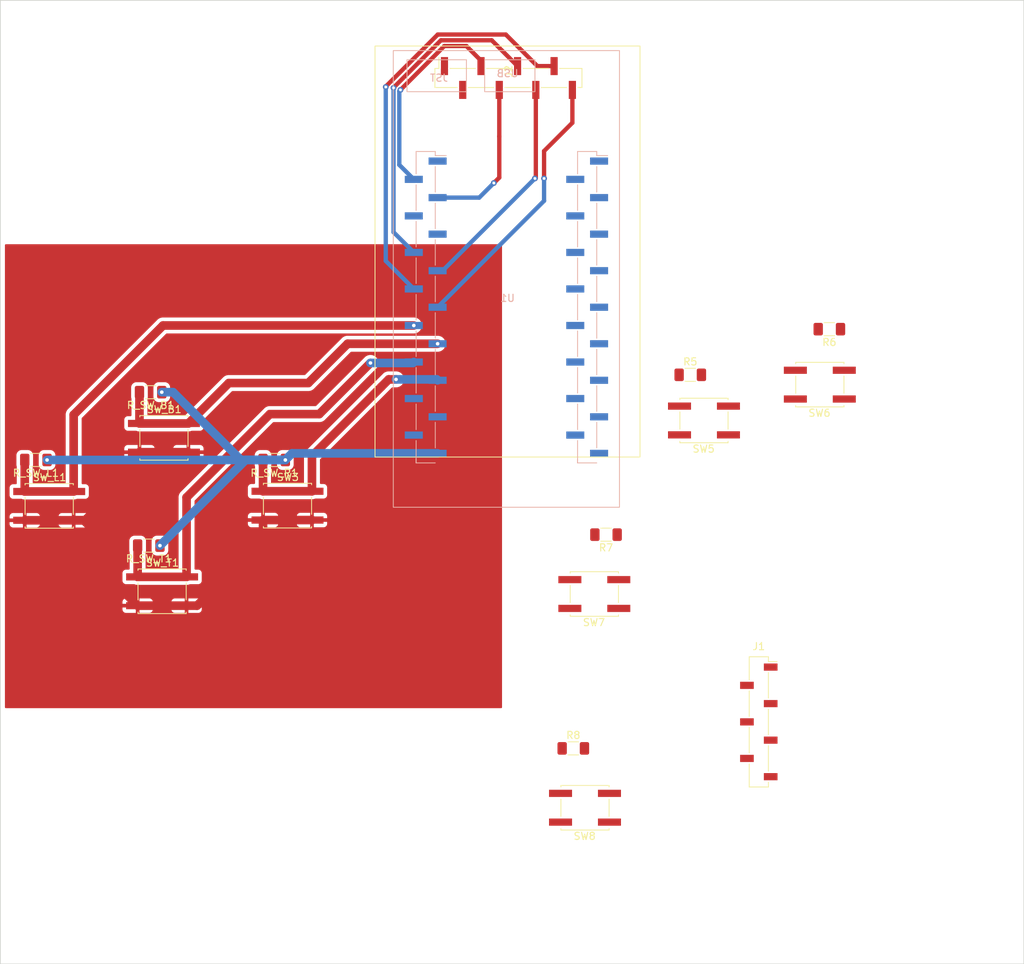
<source format=kicad_pcb>
(kicad_pcb (version 20211014) (generator pcbnew)
  (layers (0 "F.Cu" signal) (31 "B.Cu" signal) (34 "B.Paste" user) (35 "F.Paste" user) (36 "B.SilkS" user "B.Silkscreen") (37 "F.SilkS" user "F.Silkscreen") (38 "B.Mask" user) (39 "F.Mask" user) (44 "Edge.Cuts" user))
  (net 0 "")
  (net 1 "+3V3")
  (net 2 "Net-(R5-Pad1)")
  (net 3 "Net-(R6-Pad1)")
  (net 4 "Net-(R7-Pad1)")
  (net 5 "Net-(R8-Pad1)")
  (net 6 "GND")
  (net 12 "/DIN")
  (net 13 "/LRC")
  (net 14 "/BCLK")
  (net 20 "/SCK")
  (net 21 "/SDA")
  (net 22 "/RESET")
  (net 23 "/DC{slash}RS")
  (net 24 "/CS")
  (net 25 "/LED{slash}BL")
  (net 26 "/SW_R")
  (net 27 "/SW_L")
  (net 28 "/SW_T")
  (net 29 "/SW_B")
  (footprint "Button_Switch_SMD:SW_SPST_EVQQ2" (layer "F.Cu") (at 74.168 76.708)
    (fp_text reference "SW_B1" (at 0.05 -3.95) (layer "F.SilkS"))
    (fp_text value "SW_Push")
    (fp_line (start -3.35 3.1) (end 3.35 3.1) (layer "F.SilkS") (width 0.12))
    (fp_line (start -3.35 -3.1) (end -3.35 -2.9) (layer "F.SilkS") (width 0.12))
    (fp_line (start -3.35 3.1) (end -3.35 2.9) (layer "F.SilkS") (width 0.12))
    (fp_line (start 3.35 -1.2) (end 3.35 1.2) (layer "F.SilkS") (width 0.12))
    (fp_line (start 3.35 3.1) (end 3.35 2.9) (layer "F.SilkS") (width 0.12))
    (fp_line (start 3.35 -3.1) (end -3.35 -3.1) (layer "F.SilkS") (width 0.12))
    (fp_line (start -3.35 -1.2) (end -3.35 1.2) (layer "F.SilkS") (width 0.12))
    (fp_line (start 3.35 -3.1) (end 3.35 -2.9) (layer "F.SilkS") (width 0.12))
    (pad "1" smd rect (at -3.4 -2) (size 3.2 1) (layers "F.Cu" "F.Paste" "F.Mask") (net 29 "/SW_B"))
    (pad "1" smd rect (at 3.4 -2) (size 3.2 1) (layers "F.Cu" "F.Paste" "F.Mask") (net 29 "/SW_B"))
    (pad "2" smd rect (at 3.4 2) (size 3.2 1) (layers "F.Cu" "F.Paste" "F.Mask") (net 6 "GND"))
    (pad "2" smd rect (at -3.4 2) (size 3.2 1) (layers "F.Cu" "F.Paste" "F.Mask") (net 6 "GND"))
  )
  (footprint "Resistor_SMD:R_1206_3216Metric_Pad1.30x1.75mm_HandSolder" (layer "F.Cu") (at 135.61 90.17 180)
    (fp_text reference "R7" (at 0 -1.82) (layer "F.SilkS"))
    (fp_text value "R")
    (fp_line (start -0.727064 -0.91) (end 0.727064 -0.91) (layer "F.SilkS") (width 0.12))
    (fp_line (start -0.727064 0.91) (end 0.727064 0.91) (layer "F.SilkS") (width 0.12))
    (pad "1" smd roundrect (at -1.55 0 180) (size 1.3 1.75) (layers "F.Cu" "F.Paste" "F.Mask") (roundrect_rratio 0.192308) (net 4 "Net-(R7-Pad1)"))
    (pad "2" smd roundrect (at 1.55 0 180) (size 1.3 1.75) (layers "F.Cu" "F.Paste" "F.Mask") (roundrect_rratio 0.192308) (net 1 "+3V3"))
  )
  (footprint "Resistor_SMD:R_1206_3216Metric_Pad1.30x1.75mm_HandSolder" (layer "F.Cu") (at 89.492 79.788 180)
    (fp_text reference "R_SW_R1" (at 0 -1.82) (layer "F.SilkS"))
    (fp_text value "10K")
    (fp_line (start -0.727064 -0.91) (end 0.727064 -0.91) (layer "F.SilkS") (width 0.12))
    (fp_line (start -0.727064 0.91) (end 0.727064 0.91) (layer "F.SilkS") (width 0.12))
    (pad "1" smd roundrect (at -1.55 0 180) (size 1.3 1.75) (layers "F.Cu" "F.Paste" "F.Mask") (roundrect_rratio 0.192308) (net 1 "+3V3"))
    (pad "2" smd roundrect (at 1.55 0 180) (size 1.3 1.75) (layers "F.Cu" "F.Paste" "F.Mask") (roundrect_rratio 0.192308) (net 26 "/SW_R"))
  )
  (footprint "Button_Switch_SMD:SW_SPST_EVQQ2" (layer "F.Cu") (at 149.225 74.295 180)
    (fp_text reference "SW5" (at 0.05 -3.95) (layer "F.SilkS"))
    (fp_text value "SW_Push")
    (fp_line (start -3.35 3.1) (end -3.35 2.9) (layer "F.SilkS") (width 0.12))
    (fp_line (start 3.35 -3.1) (end 3.35 -2.9) (layer "F.SilkS") (width 0.12))
    (fp_line (start 3.35 3.1) (end 3.35 2.9) (layer "F.SilkS") (width 0.12))
    (fp_line (start -3.35 3.1) (end 3.35 3.1) (layer "F.SilkS") (width 0.12))
    (fp_line (start -3.35 -1.2) (end -3.35 1.2) (layer "F.SilkS") (width 0.12))
    (fp_line (start -3.35 -3.1) (end -3.35 -2.9) (layer "F.SilkS") (width 0.12))
    (fp_line (start 3.35 -1.2) (end 3.35 1.2) (layer "F.SilkS") (width 0.12))
    (fp_line (start 3.35 -3.1) (end -3.35 -3.1) (layer "F.SilkS") (width 0.12))
    (pad "1" smd rect (at -3.4 -2 180) (size 3.2 1) (layers "F.Cu" "F.Paste" "F.Mask") (net 6 "GND"))
    (pad "1" smd rect (at 3.4 -2 180) (size 3.2 1) (layers "F.Cu" "F.Paste" "F.Mask") (net 6 "GND"))
    (pad "2" smd rect (at 3.4 2 180) (size 3.2 1) (layers "F.Cu" "F.Paste" "F.Mask") (net 2 "Net-(R5-Pad1)"))
    (pad "2" smd rect (at -3.4 2 180) (size 3.2 1) (layers "F.Cu" "F.Paste" "F.Mask") (net 2 "Net-(R5-Pad1)"))
  )
  (footprint "Button_Switch_SMD:SW_SPST_EVQQ2" (layer "F.Cu") (at 133.985 98.425 180)
    (fp_text reference "SW7" (at 0.05 -3.95) (layer "F.SilkS"))
    (fp_text value "SW_Push")
    (fp_line (start 3.35 3.1) (end 3.35 2.9) (layer "F.SilkS") (width 0.12))
    (fp_line (start 3.35 -3.1) (end 3.35 -2.9) (layer "F.SilkS") (width 0.12))
    (fp_line (start -3.35 3.1) (end -3.35 2.9) (layer "F.SilkS") (width 0.12))
    (fp_line (start 3.35 -1.2) (end 3.35 1.2) (layer "F.SilkS") (width 0.12))
    (fp_line (start -3.35 -3.1) (end -3.35 -2.9) (layer "F.SilkS") (width 0.12))
    (fp_line (start 3.35 -3.1) (end -3.35 -3.1) (layer "F.SilkS") (width 0.12))
    (fp_line (start -3.35 3.1) (end 3.35 3.1) (layer "F.SilkS") (width 0.12))
    (fp_line (start -3.35 -1.2) (end -3.35 1.2) (layer "F.SilkS") (width 0.12))
    (pad "1" smd rect (at 3.4 -2 180) (size 3.2 1) (layers "F.Cu" "F.Paste" "F.Mask") (net 6 "GND"))
    (pad "1" smd rect (at -3.4 -2 180) (size 3.2 1) (layers "F.Cu" "F.Paste" "F.Mask") (net 6 "GND"))
    (pad "2" smd rect (at 3.4 2 180) (size 3.2 1) (layers "F.Cu" "F.Paste" "F.Mask") (net 4 "Net-(R7-Pad1)"))
    (pad "2" smd rect (at -3.4 2 180) (size 3.2 1) (layers "F.Cu" "F.Paste" "F.Mask") (net 4 "Net-(R7-Pad1)"))
  )
  (footprint "Connector_PinSocket_2.54mm:PinSocket_1x07_P2.54mm_Vertical_SMD_Pin1Right" (layer "F.Cu") (at 156.845 116.205)
    (fp_text reference "J1" (at 0 -10.49) (layer "F.SilkS"))
    (fp_text value "audio_chip")
    (fp_line (start 1.33 8.38) (end 1.33 9.05) (layer "F.SilkS") (width 0.12))
    (fp_line (start -1.33 -9.05) (end -1.33 -5.84) (layer "F.SilkS") (width 0.12))
    (fp_line (start 1.33 -9.05) (end 1.33 -8.38) (layer "F.SilkS") (width 0.12))
    (fp_line (start 1.33 -1.78) (end 1.33 1.78) (layer "F.SilkS") (width 0.12))
    (fp_line (start 1.33 3.3) (end 1.33 6.86) (layer "F.SilkS") (width 0.12))
    (fp_line (start -1.33 -9.05) (end 1.33 -9.05) (layer "F.SilkS") (width 0.12))
    (fp_line (start -1.33 9.05) (end 1.33 9.05) (layer "F.SilkS") (width 0.12))
    (fp_line (start -1.33 5.84) (end -1.33 9.05) (layer "F.SilkS") (width 0.12))
    (fp_line (start 1.33 -8.38) (end 2.54 -8.38) (layer "F.SilkS") (width 0.12))
    (fp_line (start 1.33 -6.86) (end 1.33 -3.3) (layer "F.SilkS") (width 0.12))
    (fp_line (start -1.33 -4.32) (end -1.33 -0.76) (layer "F.SilkS") (width 0.12))
    (fp_line (start -1.33 0.76) (end -1.33 4.32) (layer "F.SilkS") (width 0.12))
    (pad "1" smd rect (at 1.65 -7.62) (size 1.9 1) (layers "F.Cu" "F.Paste" "F.Mask") (net 13 "/LRC"))
    (pad "2" smd rect (at -1.65 -5.08) (size 1.9 1) (layers "F.Cu" "F.Paste" "F.Mask") (net 14 "/BCLK"))
    (pad "3" smd rect (at 1.65 -2.54) (size 1.9 1) (layers "F.Cu" "F.Paste" "F.Mask") (net 12 "/DIN"))
    (pad "4" smd rect (at -1.65 0) (size 1.9 1) (layers "F.Cu" "F.Paste" "F.Mask") (net 6 "GND"))
    (pad "5" smd rect (at 1.65 2.54) (size 1.9 1) (layers "F.Cu" "F.Paste" "F.Mask") (net 6 "GND"))
    (pad "6" smd rect (at -1.65 5.08) (size 1.9 1) (layers "F.Cu" "F.Paste" "F.Mask") (net 6 "GND"))
    (pad "7" smd rect (at 1.65 7.62) (size 1.9 1) (layers "F.Cu" "F.Paste" "F.Mask") (net 1 "+3V3"))
  )
  (footprint "Resistor_SMD:R_1206_3216Metric_Pad1.30x1.75mm_HandSolder" (layer "F.Cu") (at 72.064 91.694 180)
    (fp_text reference "R_SW_T1" (at 0 -1.82) (layer "F.SilkS"))
    (fp_text value "10K")
    (fp_line (start -0.727064 0.91) (end 0.727064 0.91) (layer "F.SilkS") (width 0.12))
    (fp_line (start -0.727064 -0.91) (end 0.727064 -0.91) (layer "F.SilkS") (width 0.12))
    (pad "1" smd roundrect (at -1.55 0 180) (size 1.3 1.75) (layers "F.Cu" "F.Paste" "F.Mask") (roundrect_rratio 0.192308) (net 1 "+3V3"))
    (pad "2" smd roundrect (at 1.55 0 180) (size 1.3 1.75) (layers "F.Cu" "F.Paste" "F.Mask") (roundrect_rratio 0.192308) (net 28 "/SW_T"))
  )
  (footprint "Button_Switch_SMD:SW_SPST_EVQQ2" (layer "F.Cu") (at 73.914 98.044)
    (fp_text reference "SW_T1" (at 0.05 -3.95) (layer "F.SilkS"))
    (fp_text value "SW_Push")
    (fp_line (start 3.35 -3.1) (end -3.35 -3.1) (layer "F.SilkS") (width 0.12))
    (fp_line (start -3.35 -3.1) (end -3.35 -2.9) (layer "F.SilkS") (width 0.12))
    (fp_line (start -3.35 3.1) (end -3.35 2.9) (layer "F.SilkS") (width 0.12))
    (fp_line (start 3.35 -3.1) (end 3.35 -2.9) (layer "F.SilkS") (width 0.12))
    (fp_line (start -3.35 -1.2) (end -3.35 1.2) (layer "F.SilkS") (width 0.12))
    (fp_line (start -3.35 3.1) (end 3.35 3.1) (layer "F.SilkS") (width 0.12))
    (fp_line (start 3.35 3.1) (end 3.35 2.9) (layer "F.SilkS") (width 0.12))
    (fp_line (start 3.35 -1.2) (end 3.35 1.2) (layer "F.SilkS") (width 0.12))
    (pad "1" smd rect (at 3.4 -2) (size 3.2 1) (layers "F.Cu" "F.Paste" "F.Mask") (net 28 "/SW_T"))
    (pad "1" smd rect (at -3.4 -2) (size 3.2 1) (layers "F.Cu" "F.Paste" "F.Mask") (net 28 "/SW_T"))
    (pad "2" smd rect (at 3.4 2) (size 3.2 1) (layers "F.Cu" "F.Paste" "F.Mask") (net 6 "GND"))
    (pad "2" smd rect (at -3.4 2) (size 3.2 1) (layers "F.Cu" "F.Paste" "F.Mask") (net 6 "GND"))
  )
  (footprint "Resistor_SMD:R_1206_3216Metric_Pad1.30x1.75mm_HandSolder" (layer "F.Cu") (at 166.65 61.595 180)
    (fp_text reference "R6" (at 0 -1.82) (layer "F.SilkS"))
    (fp_text value "R")
    (fp_line (start -0.727064 -0.91) (end 0.727064 -0.91) (layer "F.SilkS") (width 0.12))
    (fp_line (start -0.727064 0.91) (end 0.727064 0.91) (layer "F.SilkS") (width 0.12))
    (pad "1" smd roundrect (at -1.55 0 180) (size 1.3 1.75) (layers "F.Cu" "F.Paste" "F.Mask") (roundrect_rratio 0.192308) (net 3 "Net-(R6-Pad1)"))
    (pad "2" smd roundrect (at 1.55 0 180) (size 1.3 1.75) (layers "F.Cu" "F.Paste" "F.Mask") (roundrect_rratio 0.192308) (net 1 "+3V3"))
  )
  (footprint "Resistor_SMD:R_1206_3216Metric_Pad1.30x1.75mm_HandSolder" (layer "F.Cu") (at 131.064 119.888)
    (fp_text reference "R8" (at 0 -1.82) (layer "F.SilkS"))
    (fp_text value "R")
    (fp_line (start -0.727064 -0.91) (end 0.727064 -0.91) (layer "F.SilkS") (width 0.12))
    (fp_line (start -0.727064 0.91) (end 0.727064 0.91) (layer "F.SilkS") (width 0.12))
    (pad "1" smd roundrect (at -1.55 0) (size 1.3 1.75) (layers "F.Cu" "F.Paste" "F.Mask") (roundrect_rratio 0.192308) (net 5 "Net-(R8-Pad1)"))
    (pad "2" smd roundrect (at 1.55 0) (size 1.3 1.75) (layers "F.Cu" "F.Paste" "F.Mask") (roundrect_rratio 0.192308) (net 1 "+3V3"))
  )
  (footprint "Button_Switch_SMD:SW_SPST_EVQQ2" (layer "F.Cu") (at 132.689 128.143 180)
    (fp_text reference "SW8" (at 0.05 -3.95) (layer "F.SilkS"))
    (fp_text value "SW_Push")
    (fp_line (start 3.35 -3.1) (end 3.35 -2.9) (layer "F.SilkS") (width 0.12))
    (fp_line (start -3.35 -1.2) (end -3.35 1.2) (layer "F.SilkS") (width 0.12))
    (fp_line (start 3.35 3.1) (end 3.35 2.9) (layer "F.SilkS") (width 0.12))
    (fp_line (start 3.35 -1.2) (end 3.35 1.2) (layer "F.SilkS") (width 0.12))
    (fp_line (start -3.35 3.1) (end -3.35 2.9) (layer "F.SilkS") (width 0.12))
    (fp_line (start -3.35 3.1) (end 3.35 3.1) (layer "F.SilkS") (width 0.12))
    (fp_line (start 3.35 -3.1) (end -3.35 -3.1) (layer "F.SilkS") (width 0.12))
    (fp_line (start -3.35 -3.1) (end -3.35 -2.9) (layer "F.SilkS") (width 0.12))
    (pad "1" smd rect (at 3.4 -2 180) (size 3.2 1) (layers "F.Cu" "F.Paste" "F.Mask") (net 6 "GND"))
    (pad "1" smd rect (at -3.4 -2 180) (size 3.2 1) (layers "F.Cu" "F.Paste" "F.Mask") (net 6 "GND"))
    (pad "2" smd rect (at 3.4 2 180) (size 3.2 1) (layers "F.Cu" "F.Paste" "F.Mask") (net 5 "Net-(R8-Pad1)"))
    (pad "2" smd rect (at -3.4 2 180) (size 3.2 1) (layers "F.Cu" "F.Paste" "F.Mask") (net 5 "Net-(R8-Pad1)"))
  )
  (footprint "Button_Switch_SMD:SW_SPST_EVQQ2" (layer "F.Cu") (at 91.342 86.138)
    (fp_text reference "SW3" (at 0.05 -3.95) (layer "F.SilkS"))
    (fp_text value "SW_Push")
    (fp_line (start 3.35 -1.2) (end 3.35 1.2) (layer "F.SilkS") (width 0.12))
    (fp_line (start 3.35 -3.1) (end -3.35 -3.1) (layer "F.SilkS") (width 0.12))
    (fp_line (start -3.35 3.1) (end -3.35 2.9) (layer "F.SilkS") (width 0.12))
    (fp_line (start -3.35 -1.2) (end -3.35 1.2) (layer "F.SilkS") (width 0.12))
    (fp_line (start 3.35 3.1) (end 3.35 2.9) (layer "F.SilkS") (width 0.12))
    (fp_line (start 3.35 -3.1) (end 3.35 -2.9) (layer "F.SilkS") (width 0.12))
    (fp_line (start -3.35 3.1) (end 3.35 3.1) (layer "F.SilkS") (width 0.12))
    (fp_line (start -3.35 -3.1) (end -3.35 -2.9) (layer "F.SilkS") (width 0.12))
    (pad "1" smd rect (at 3.4 -2) (size 3.2 1) (layers "F.Cu" "F.Paste" "F.Mask") (net 26 "/SW_R"))
    (pad "1" smd rect (at -3.4 -2) (size 3.2 1) (layers "F.Cu" "F.Paste" "F.Mask") (net 26 "/SW_R"))
    (pad "2" smd rect (at 3.4 2) (size 3.2 1) (layers "F.Cu" "F.Paste" "F.Mask") (net 6 "GND"))
    (pad "2" smd rect (at -3.4 2) (size 3.2 1) (layers "F.Cu" "F.Paste" "F.Mask") (net 6 "GND"))
  )
  (footprint "picopico:1.77 display" (layer "F.Cu") (at 121.92 22.86 90)
    (fp_text reference "J2" (at -2.9 0.165 90 unlocked) (layer "F.SilkS"))
    (fp_text value "display")
    (fp_line (start -5.14 -10.095) (end -2.48 -10.095) (layer "F.SilkS") (width 0.12))
    (fp_line (start -2.48 2.155) (end -2.48 5.715) (layer "F.SilkS") (width 0.12))
    (fp_line (start -5.14 10.345) (end -2.48 10.345) (layer "F.SilkS") (width 0.12))
    (fp_line (start -2.48 -9.525) (end -0.96 -9.525) (layer "F.SilkS") (width 0.12))
    (fp_line (start -5.14 -0.385) (end -5.14 3.175) (layer "F.SilkS") (width 0.12))
    (fp_line (start -2.48 -10.095) (end -2.48 -9.525) (layer "F.SilkS") (width 0.12))
    (fp_line (start -5.14 -10.095) (end -5.14 -6.985) (layer "F.SilkS") (width 0.12))
    (fp_line (start -2.48 -2.925) (end -2.48 0.635) (layer "F.SilkS") (width 0.12))
    (fp_line (start -5.14 9.775) (end -5.14 10.345) (layer "F.SilkS") (width 0.12))
    (fp_line (start -2.48 -8.005) (end -2.48 -4.445) (layer "F.SilkS") (width 0.12))
    (fp_line (start -5.14 4.695) (end -5.14 8.255) (layer "F.SilkS") (width 0.12))
    (fp_line (start -2.48 7.235) (end -2.48 10.345) (layer "F.SilkS") (width 0.12))
    (fp_line (start -5.14 -5.465) (end -5.14 -1.905) (layer "F.SilkS") (width 0.12))
    (fp_rect (start -56.515 -18.415) (end 0.635 18.415) (layer "F.SilkS") (width 0.12) (fill none))
    (pad "1" smd rect (at -2.155 -8.765 90) (size 2.51 1) (layers "F.Cu" "F.Paste" "F.Mask") (net 6 "GND"))
    (pad "2" smd rect (at -5.465 -6.225 90) (size 2.51 1) (layers "F.Cu" "F.Paste" "F.Mask") (net 1 "+3V3"))
    (pad "3" smd rect (at -2.155 -3.685 90) (size 2.51 1) (layers "F.Cu" "F.Paste" "F.Mask") (net 20 "/SCK"))
    (pad "4" smd rect (at -5.465 -1.145 90) (size 2.51 1) (layers "F.Cu" "F.Paste" "F.Mask") (net 21 "/SDA"))
    (pad "5" smd rect (at -2.155 1.395 90) (size 2.51 1) (layers "F.Cu" "F.Paste" "F.Mask") (net 22 "/RESET"))
    (pad "6" smd rect (at -5.465 3.935 90) (size 2.51 1) (layers "F.Cu" "F.Paste" "F.Mask") (net 23 "/DC{slash}RS"))
    (pad "7" smd rect (at -2.155 6.475 90) (size 2.51 1) (layers "F.Cu" "F.Paste" "F.Mask") (net 24 "/CS"))
    (pad "8" smd rect (at -5.465 9.015 90) (size 2.51 1) (layers "F.Cu" "F.Paste" "F.Mask") (net 25 "/LED{slash}BL"))
  )
  (footprint "Button_Switch_SMD:SW_SPST_EVQQ2" (layer "F.Cu") (at 58.224 86.17)
    (fp_text reference "SW_L1" (at 0.05 -3.95) (layer "F.SilkS"))
    (fp_text value "SW_Push")
    (fp_line (start -3.35 -1.2) (end -3.35 1.2) (layer "F.SilkS") (width 0.12))
    (fp_line (start 3.35 -3.1) (end -3.35 -3.1) (layer "F.SilkS") (width 0.12))
    (fp_line (start 3.35 -3.1) (end 3.35 -2.9) (layer "F.SilkS") (width 0.12))
    (fp_line (start -3.35 3.1) (end 3.35 3.1) (layer "F.SilkS") (width 0.12))
    (fp_line (start 3.35 3.1) (end 3.35 2.9) (layer "F.SilkS") (width 0.12))
    (fp_line (start 3.35 -1.2) (end 3.35 1.2) (layer "F.SilkS") (width 0.12))
    (fp_line (start -3.35 -3.1) (end -3.35 -2.9) (layer "F.SilkS") (width 0.12))
    (fp_line (start -3.35 3.1) (end -3.35 2.9) (layer "F.SilkS") (width 0.12))
    (pad "1" smd rect (at 3.4 -2) (size 3.2 1) (layers "F.Cu" "F.Paste" "F.Mask") (net 27 "/SW_L"))
    (pad "1" smd rect (at -3.4 -2) (size 3.2 1) (layers "F.Cu" "F.Paste" "F.Mask") (net 27 "/SW_L"))
    (pad "2" smd rect (at 3.4 2) (size 3.2 1) (layers "F.Cu" "F.Paste" "F.Mask") (net 6 "GND"))
    (pad "2" smd rect (at -3.4 2) (size 3.2 1) (layers "F.Cu" "F.Paste" "F.Mask") (net 6 "GND"))
  )
  (footprint "Resistor_SMD:R_1206_3216Metric_Pad1.30x1.75mm_HandSolder" (layer "F.Cu") (at 147.32 67.945)
    (fp_text reference "R5" (at 0 -1.82) (layer "F.SilkS"))
    (fp_text value "R")
    (fp_line (start -0.727064 -0.91) (end 0.727064 -0.91) (layer "F.SilkS") (width 0.12))
    (fp_line (start -0.727064 0.91) (end 0.727064 0.91) (layer "F.SilkS") (width 0.12))
    (pad "1" smd roundrect (at -1.55 0) (size 1.3 1.75) (layers "F.Cu" "F.Paste" "F.Mask") (roundrect_rratio 0.192308) (net 2 "Net-(R5-Pad1)"))
    (pad "2" smd roundrect (at 1.55 0) (size 1.3 1.75) (layers "F.Cu" "F.Paste" "F.Mask") (roundrect_rratio 0.192308) (net 1 "+3V3"))
  )
  (footprint "Resistor_SMD:R_1206_3216Metric_Pad1.30x1.75mm_HandSolder" (layer "F.Cu") (at 72.318 70.358 180)
    (fp_text reference "R_SW_B1" (at 0 -1.82) (layer "F.SilkS"))
    (fp_text value "10K")
    (fp_line (start -0.727064 -0.91) (end 0.727064 -0.91) (layer "F.SilkS") (width 0.12))
    (fp_line (start -0.727064 0.91) (end 0.727064 0.91) (layer "F.SilkS") (width 0.12))
    (pad "1" smd roundrect (at -1.55 0 180) (size 1.3 1.75) (layers "F.Cu" "F.Paste" "F.Mask") (roundrect_rratio 0.192308) (net 1 "+3V3"))
    (pad "2" smd roundrect (at 1.55 0 180) (size 1.3 1.75) (layers "F.Cu" "F.Paste" "F.Mask") (roundrect_rratio 0.192308) (net 29 "/SW_B"))
  )
  (footprint "Resistor_SMD:R_1206_3216Metric_Pad1.30x1.75mm_HandSolder" (layer "F.Cu") (at 56.374 79.788 180)
    (fp_text reference "R_SW_L1" (at 0 -1.82) (layer "F.SilkS"))
    (fp_text value "10K")
    (fp_line (start -0.727064 -0.91) (end 0.727064 -0.91) (layer "F.SilkS") (width 0.12))
    (fp_line (start -0.727064 0.91) (end 0.727064 0.91) (layer "F.SilkS") (width 0.12))
    (pad "1" smd roundrect (at -1.55 0 180) (size 1.3 1.75) (layers "F.Cu" "F.Paste" "F.Mask") (roundrect_rratio 0.192308) (net 1 "+3V3"))
    (pad "2" smd roundrect (at 1.55 0 180) (size 1.3 1.75) (layers "F.Cu" "F.Paste" "F.Mask") (roundrect_rratio 0.192308) (net 27 "/SW_L"))
  )
  (footprint "Button_Switch_SMD:SW_SPST_EVQQ2" (layer "F.Cu") (at 165.325 69.31 180)
    (fp_text reference "SW6" (at 0.05 -3.95) (layer "F.SilkS"))
    (fp_text value "SW_Push")
    (fp_line (start 3.35 3.1) (end 3.35 2.9) (layer "F.SilkS") (width 0.12))
    (fp_line (start -3.35 -1.2) (end -3.35 1.2) (layer "F.SilkS") (width 0.12))
    (fp_line (start 3.35 -3.1) (end -3.35 -3.1) (layer "F.SilkS") (width 0.12))
    (fp_line (start -3.35 3.1) (end -3.35 2.9) (layer "F.SilkS") (width 0.12))
    (fp_line (start -3.35 3.1) (end 3.35 3.1) (layer "F.SilkS") (width 0.12))
    (fp_line (start 3.35 -1.2) (end 3.35 1.2) (layer "F.SilkS") (width 0.12))
    (fp_line (start 3.35 -3.1) (end 3.35 -2.9) (layer "F.SilkS") (width 0.12))
    (fp_line (start -3.35 -3.1) (end -3.35 -2.9) (layer "F.SilkS") (width 0.12))
    (pad "1" smd rect (at 3.4 -2 180) (size 3.2 1) (layers "F.Cu" "F.Paste" "F.Mask") (net 6 "GND"))
    (pad "1" smd rect (at -3.4 -2 180) (size 3.2 1) (layers "F.Cu" "F.Paste" "F.Mask") (net 6 "GND"))
    (pad "2" smd rect (at 3.4 2 180) (size 3.2 1) (layers "F.Cu" "F.Paste" "F.Mask") (net 3 "Net-(R6-Pad1)"))
    (pad "2" smd rect (at -3.4 2 180) (size 3.2 1) (layers "F.Cu" "F.Paste" "F.Mask") (net 3 "Net-(R6-Pad1)"))
  )
  (footprint "picopico:DollaTecESP32" (layer "B.Cu") (at 121.92 57.785 180)
    (fp_text reference "U1" (at 0 0.5 unlocked) (layer "B.SilkS") (effects (justify mirror)))
    (fp_text value "DollaTekESP32")
    (fp_text user "USB" (at 0 31.75 unlocked) (layer "B.SilkS") (effects (justify mirror)))
    (fp_text user "JST" (at 9.525 31.115 unlocked) (layer "B.SilkS") (effects (justify mirror)))
    (fp_line (start -12.4 20.89) (end -12.4 20.32) (layer "B.SilkS") (width 0.12))
    (fp_line (start -9.74 -14.22) (end -9.74 -17.78) (layer "B.SilkS") (width 0.12))
    (fp_line (start -12.4 -16.76) (end -12.4 -20.32) (layer "B.SilkS") (width 0.12))
    (fp_line (start 12.7 11.18) (end 12.7 7.62) (layer "B.SilkS") (width 0.12))
    (fp_line (start -12.4 -6.6) (end -12.4 -10.16) (layer "B.SilkS") (width 0.12))
    (fp_line (start -12.4 -11.68) (end -12.4 -15.24) (layer "B.SilkS") (width 0.12))
    (fp_line (start -12.4 -22.41) (end -9.74 -22.41) (layer "B.SilkS") (width 0.12))
    (fp_line (start -12.4 20.89) (end -9.74 20.89) (layer "B.SilkS") (width 0.12))
    (fp_line (start 12.7 -14.22) (end 12.7 -17.78) (layer "B.SilkS") (width 0.12))
    (fp_line (start -9.74 6.1) (end -9.74 2.54) (layer "B.SilkS") (width 0.12))
    (fp_line (start 12.7 1.02) (end 12.7 -2.54) (layer "B.SilkS") (width 0.12))
    (fp_line (start -12.4 8.64) (end -12.4 5.08) (layer "B.SilkS") (width 0.12))
    (fp_line (start -12.4 20.32) (end -13.92 20.32) (layer "B.SilkS") (width 0.12))
    (fp_line (start 10.04 20.32) (end 8.52 20.32) (layer "B.SilkS") (width 0.12))
    (fp_line (start 10.04 20.89) (end 10.04 20.32) (layer "B.SilkS") (width 0.12))
    (fp_line (start 10.04 -22.41) (end 12.7 -22.41) (layer "B.SilkS") (width 0.12))
    (fp_line (start -12.4 3.56) (end -12.4 0) (layer "B.SilkS") (width 0.12))
    (fp_line (start -9.74 20.89) (end -9.74 17.78) (layer "B.SilkS") (width 0.12))
    (fp_line (start 12.7 -9.14) (end 12.7 -12.7) (layer "B.SilkS") (width 0.12))
    (fp_line (start -9.74 11.18) (end -9.74 7.62) (layer "B.SilkS") (width 0.12))
    (fp_line (start -9.74 -9.14) (end -9.74 -12.7) (layer "B.SilkS") (width 0.12))
    (fp_line (start 10.04 18.8) (end 10.04 15.24) (layer "B.SilkS") (width 0.12))
    (fp_line (start 10.04 13.72) (end 10.04 10.16) (layer "B.SilkS") (width 0.12))
    (fp_line (start -9.74 -4.06) (end -9.74 -7.62) (layer "B.SilkS") (width 0.12))
    (fp_line (start 12.7 20.89) (end 12.7 17.78) (layer "B.SilkS") (width 0.12))
    (fp_line (start 10.04 -16.76) (end 10.04 -20.32) (layer "B.SilkS") (width 0.12))
    (fp_line (start 10.04 -6.6) (end 10.04 -10.16) (layer "B.SilkS") (width 0.12))
    (fp_line (start 10.04 -11.68) (end 10.04 -15.24) (layer "B.SilkS") (width 0.12))
    (fp_line (start -9.74 1.02) (end -9.74 -2.54) (layer "B.SilkS") (width 0.12))
    (fp_line (start -12.4 18.8) (end -12.4 15.24) (layer "B.SilkS") (width 0.12))
    (fp_line (start -12.4 -1.52) (end -12.4 -5.08) (layer "B.SilkS") (width 0.12))
    (fp_line (start -9.74 -19.3) (end -9.74 -22.41) (layer "B.SilkS") (width 0.12))
    (fp_line (start 12.7 -4.06) (end 12.7 -7.62) (layer "B.SilkS") (width 0.12))
    (fp_line (start 12.7 -19.3) (end 12.7 -22.41) (layer "B.SilkS") (width 0.12))
    (fp_line (start -12.4 13.72) (end -12.4 10.16) (layer "B.SilkS") (width 0.12))
    (fp_line (start 12.7 6.1) (end 12.7 2.54) (layer "B.SilkS") (width 0.12))
    (fp_line (start -9.74 -21.84) (end -9.74 -22.41) (layer "B.SilkS") (width 0.12))
    (fp_line (start 12.7 16.26) (end 12.7 12.7) (layer "B.SilkS") (width 0.12))
    (fp_line (start 10.04 -1.52) (end 10.04 -5.08) (layer "B.SilkS") (width 0.12))
    (fp_line (start 10.04 20.89) (end 12.7 20.89) (layer "B.SilkS") (width 0.12))
    (fp_line (start 10.04 8.64) (end 10.04 5.08) (layer "B.SilkS") (width 0.12))
    (fp_line (start -9.74 16.26) (end -9.74 12.7) (layer "B.SilkS") (width 0.12))
    (fp_line (start 10.04 3.56) (end 10.04 0) (layer "B.SilkS") (width 0.12))
    (fp_line (start 12.7 -21.84) (end 12.7 -22.41) (layer "B.SilkS") (width 0.12))
    (fp_rect (start 5.715 33.655) (end 13.97 29.21) (layer "B.SilkS") (width 0.12) (fill none))
    (fp_rect (start -3.81 33.655) (end 3.175 29.21) (layer "B.SilkS") (width 0.12) (fill none))
    (fp_rect (start -15.5575 34.925) (end 15.875 -28.575) (layer "B.SilkS") (width 0.12) (fill none))
    (pad "1" smd rect (at -12.725 19.56 180) (size 2.51 1) (layers "B.Cu" "B.Paste" "B.Mask"))
    (pad "2" smd rect (at -9.415 17.02 180) (size 2.51 1) (layers "B.Cu" "B.Paste" "B.Mask"))
    (pad "3" smd rect (at -12.725 14.48 180) (size 2.51 1) (layers "B.Cu" "B.Paste" "B.Mask"))
    (pad "4" smd rect (at -9.415 11.94 180) (size 2.51 1) (layers "B.Cu" "B.Paste" "B.Mask"))
    (pad "5" smd rect (at -12.725 9.4 180) (size 2.51 1) (layers "B.Cu" "B.Paste" "B.Mask"))
    (pad "6" smd rect (at -9.415 6.86 180) (size 2.51 1) (layers "B.Cu" "B.Paste" "B.Mask"))
    (pad "7" smd rect (at -12.725 4.32 180) (size 2.51 1) (layers "B.Cu" "B.Paste" "B.Mask"))
    (pad "8" smd rect (at -9.415 1.78 180) (size 2.51 1) (layers "B.Cu" "B.Paste" "B.Mask"))
    (pad "9" smd rect (at -12.725 -0.76 180) (size 2.51 1) (layers "B.Cu" "B.Paste" "B.Mask"))
    (pad "10" smd rect (at -9.415 -3.3 180) (size 2.51 1) (layers "B.Cu" "B.Paste" "B.Mask") (net 12 "/DIN"))
    (pad "11" smd rect (at -12.725 -5.84 180) (size 2.51 1) (layers "B.Cu" "B.Paste" "B.Mask") (net 14 "/BCLK"))
    (pad "12" smd rect (at -9.415 -8.38 180) (size 2.51 1) (layers "B.Cu" "B.Paste" "B.Mask") (net 13 "/LRC"))
    (pad "13" smd rect (at -12.725 -10.92 180) (size 2.51 1) (layers "B.Cu" "B.Paste" "B.Mask"))
    (pad "14" smd rect (at -9.415 -13.46 180) (size 2.51 1) (layers "B.Cu" "B.Paste" "B.Mask"))
    (pad "15" smd rect (at -12.725 -16 180) (size 2.51 1) (layers "B.Cu" "B.Paste" "B.Mask"))
    (pad "16" smd rect (at -9.415 -18.54 180) (size 2.51 1) (layers "B.Cu" "B.Paste" "B.Mask"))
    (pad "17" smd rect (at -12.725 -21.08 180) (size 2.51 1) (layers "B.Cu" "B.Paste" "B.Mask"))
    (pad "18" smd rect (at 9.715 -21.08 180) (size 2.51 1) (layers "B.Cu" "B.Paste" "B.Mask") (net 1 "+3V3"))
    (pad "19" smd rect (at 13.025 -18.54 180) (size 2.51 1) (layers "B.Cu" "B.Paste" "B.Mask"))
    (pad "20" smd rect (at 9.715 -16 180) (size 2.51 1) (layers "B.Cu" "B.Paste" "B.Mask"))
    (pad "21" smd rect (at 13.025 -13.46 180) (size 2.51 1) (layers "B.Cu" "B.Paste" "B.Mask"))
    (pad "22" smd rect (at 9.715 -10.92 180) (size 2.51 1) (layers "B.Cu" "B.Paste" "B.Mask") (net 26 "/SW_R"))
    (pad "23" smd rect (at 13.025 -8.38 180) (size 2.51 1) (layers "B.Cu" "B.Paste" "B.Mask") (net 28 "/SW_T"))
    (pad "24" smd rect (at 9.715 -5.84 180) (size 2.51 1) (layers "B.Cu" "B.Paste" "B.Mask") (net 29 "/SW_B"))
    (pad "25" smd rect (at 13.025 -3.3 180) (size 2.51 1) (layers "B.Cu" "B.Paste" "B.Mask") (net 27 "/SW_L"))
    (pad "26" smd rect (at 9.715 -0.76 180) (size 2.51 1) (layers "B.Cu" "B.Paste" "B.Mask") (net 25 "/LED{slash}BL"))
    (pad "27" smd rect (at 13.025 1.78 180) (size 2.51 1) (layers "B.Cu" "B.Paste" "B.Mask") (net 24 "/CS"))
    (pad "28" smd rect (at 9.715 4.32 180) (size 2.51 1) (layers "B.Cu" "B.Paste" "B.Mask") (net 23 "/DC{slash}RS"))
    (pad "29" smd rect (at 13.025 6.86 180) (size 2.51 1) (layers "B.Cu" "B.Paste" "B.Mask") (net 22 "/RESET"))
    (pad "30" smd rect (at 9.715 9.4 180) (size 2.51 1) (layers "B.Cu" "B.Paste" "B.Mask"))
    (pad "31" smd rect (at 13.025 11.94 180) (size 2.51 1) (layers "B.Cu" "B.Paste" "B.Mask"))
    (pad "32" smd rect (at 9.715 14.48 180) (size 2.51 1) (layers "B.Cu" "B.Paste" "B.Mask") (net 21 "/SDA"))
    (pad "33" smd rect (at 13.025 17.02 180) (size 2.51 1) (layers "B.Cu" "B.Paste" "B.Mask") (net 20 "/SCK"))
    (pad "34" smd rect (at 9.715 19.56 180) (size 2.51 1) (layers "B.Cu" "B.Paste" "B.Mask"))
  )
  (gr_rect (start 51.435 15.875) (end 193.675 149.86) (layer "Edge.Cuts") (width 0.1) (fill none))
  (via (at 73.868 70.358) (size 1) (drill 0.5) (layers "F.Cu" "B.Cu") (net 1))
  (via (at 73.614 91.694) (size 1) (drill 0.5) (layers "F.Cu" "B.Cu") (net 1))
  (via (at 57.924 79.788) (size 1) (drill 0.5) (layers "F.Cu" "B.Cu") (net 1))
  (via (at 91.042 79.788) (size 1) (drill 0.5) (layers "F.Cu" "B.Cu") (net 1))
  (segment (start 112.205 78.865) (end 91.965 78.865) (width 1.2) (layer "B.Cu") (net 1))
  (segment (start 91.042 79.788) (end 57.924 79.788) (width 1.2) (layer "B.Cu") (net 1))
  (segment (start 75.438 70.358) (end 73.868 70.358) (width 1.2) (layer "B.Cu") (net 1))
  (segment (start 91.042 79.788) (end 84.868 79.788) (width 1.2) (layer "B.Cu") (net 1))
  (segment (start 84.868 79.788) (end 75.438 70.358) (width 1.2) (layer "B.Cu") (net 1))
  (segment (start 91.042 79.788) (end 85.52 79.788) (width 1.2) (layer "B.Cu") (net 1))
  (segment (start 85.52 79.788) (end 73.614 91.694) (width 1.2) (layer "B.Cu") (net 1))
  (segment (start 91.965 78.865) (end 91.042 79.788) (width 1.2) (layer "B.Cu") (net 1))
  (segment (start 63.024 88.17) (end 61.624 88.17) (width 1.2) (layer "F.Cu") (net 6))
  (segment (start 94.742 88.138) (end 87.942 88.138) (width 1.2) (layer "F.Cu") (net 6))
  (segment (start 87.942 88.138) (end 87.942 90.874) (width 1.2) (layer "F.Cu") (net 6))
  (segment (start 64.008 89.154) (end 63.024 88.17) (width 1.2) (layer "F.Cu") (net 6))
  (segment (start 61.624 88.17) (end 54.824 88.17) (width 1.2) (layer "F.Cu") (net 6))
  (segment (start 64.008 93.538) (end 64.008 89.154) (width 1.2) (layer "F.Cu") (net 6))
  (segment (start 87.942 90.874) (end 78.772 100.044) (width 1.2) (layer "F.Cu") (net 6))
  (segment (start 63.214 88.17) (end 70.768 80.616) (width 1.2) (layer "F.Cu") (net 6))
  (segment (start 61.624 88.17) (end 63.214 88.17) (width 1.2) (layer "F.Cu") (net 6))
  (segment (start 70.768 80.616) (end 70.768 78.708) (width 1.2) (layer "F.Cu") (net 6))
  (segment (start 70.514 100.044) (end 77.314 100.044) (width 1.2) (layer "F.Cu") (net 6))
  (segment (start 70.514 100.044) (end 64.008 93.538) (width 1.2) (layer "F.Cu") (net 6))
  (segment (start 78.772 100.044) (end 77.314 100.044) (width 1.2) (layer "F.Cu") (net 6))
  (segment (start 70.768 78.708) (end 77.568 78.708) (width 1.2) (layer "F.Cu") (net 6))
  (segment (start 107.040844 28.322551) (end 113.138395 22.225) (width 0.6) (layer "F.Cu") (net 20))
  (segment (start 118.235 24.255) (end 118.235 25.015) (width 0.6) (layer "F.Cu") (net 20))
  (segment (start 116.205 22.225) (end 118.235 24.255) (width 0.6) (layer "F.Cu") (net 20))
  (segment (start 113.138395 22.225) (end 116.205 22.225) (width 0.6) (layer "F.Cu") (net 20))
  (via (at 107.040844 28.322551) (size 0.8) (drill 0.4) (layers "F.Cu" "B.Cu") (net 20))
  (segment (start 106.879869 28.483526) (end 106.879869 38.749869) (width 0.6) (layer "B.Cu") (net 20))
  (segment (start 106.879869 38.749869) (end 108.895 40.765) (width 0.6) (layer "B.Cu") (net 20))
  (segment (start 107.040844 28.322551) (end 106.879869 28.483526) (width 0.6) (layer "B.Cu") (net 20))
  (segment (start 120.775 40.515) (end 120.015 41.275) (width 0.6) (layer "F.Cu") (net 21))
  (segment (start 120.775 28.325) (end 120.775 34.8) (width 0.6) (layer "F.Cu") (net 21))
  (segment (start 120.775 34.8) (end 120.775 40.515) (width 0.6) (layer "F.Cu") (net 21))
  (via (at 120.015 41.275) (size 0.8) (drill 0.4) (layers "F.Cu" "B.Cu") (net 21))
  (segment (start 120.015 41.275) (end 117.985 43.305) (width 0.6) (layer "B.Cu") (net 21))
  (segment (start 117.985 43.305) (end 112.205 43.305) (width 0.6) (layer "B.Cu") (net 21))
  (segment (start 119.72548 21.42548) (end 123.315 25.015) (width 0.6) (layer "F.Cu") (net 22))
  (segment (start 106.080349 28.010944) (end 112.665813 21.42548) (width 0.6) (layer "F.Cu") (net 22))
  (segment (start 112.665813 21.42548) (end 119.72548 21.42548) (width 0.6) (layer "F.Cu") (net 22))
  (segment (start 106.080349 28.046045) (end 106.080349 28.010944) (width 0.6) (layer "F.Cu") (net 22))
  (via (at 106.080349 28.046045) (size 0.8) (drill 0.4) (layers "F.Cu" "B.Cu") (net 22))
  (segment (start 106.080349 28.046045) (end 106.080349 48.110349) (width 0.6) (layer "B.Cu") (net 22))
  (segment (start 106.080349 48.110349) (end 108.895 50.925) (width 0.6) (layer "B.Cu") (net 22))
  (segment (start 125.855 40.515) (end 125.73 40.64) (width 0.6) (layer "F.Cu") (net 23))
  (segment (start 125.855 28.325) (end 125.855 40.515) (width 0.6) (layer "F.Cu") (net 23))
  (via (at 125.73 40.64) (size 0.8) (drill 0.4) (layers "F.Cu" "B.Cu") (net 23))
  (segment (start 112.905 53.465) (end 112.205 53.465) (width 0.6) (layer "B.Cu") (net 23))
  (segment (start 125.73 40.64) (end 112.905 53.465) (width 0.6) (layer "B.Cu") (net 23))
  (segment (start 105.08096 27.841704) (end 104.999439 27.923225) (width 0.6) (layer "F.Cu") (net 24))
  (segment (start 128.395 25.015) (end 126.069022 25.015) (width 0.6) (layer "F.Cu") (net 24))
  (segment (start 112.228348 20.62596) (end 105.08096 27.773348) (width 0.6) (layer "F.Cu") (net 24))
  (segment (start 126.069022 25.015) (end 121.679982 20.62596) (width 0.6) (layer "F.Cu") (net 24))
  (segment (start 105.08096 27.773348) (end 105.08096 27.841704) (width 0.6) (layer "F.Cu") (net 24))
  (segment (start 121.679982 20.62596) (end 112.228348 20.62596) (width 0.6) (layer "F.Cu") (net 24))
  (via (at 104.999439 27.923225) (size 0.8) (drill 0.4) (layers "F.Cu" "B.Cu") (net 24))
  (segment (start 104.999439 27.923225) (end 104.999439 52.109439) (width 0.6) (layer "B.Cu") (net 24))
  (segment (start 104.999439 52.109439) (end 108.895 56.005) (width 0.6) (layer "B.Cu") (net 24))
  (segment (start 127 36.83) (end 127 40.64) (width 0.6) (layer "F.Cu") (net 25))
  (segment (start 130.935 28.325) (end 130.935 32.895) (width 0.6) (layer "F.Cu") (net 25))
  (segment (start 130.935 32.895) (end 127 36.83) (width 0.6) (layer "F.Cu") (net 25))
  (via (at 127 40.64) (size 0.8) (drill 0.4) (layers "F.Cu" "B.Cu") (net 25))
  (segment (start 127 40.64) (end 127 43.75) (width 0.6) (layer "B.Cu") (net 25))
  (segment (start 127 43.75) (end 112.205 58.545) (width 0.6) (layer "B.Cu") (net 25))
  (segment (start 94.742 84.138) (end 94.742 79.248) (width 1.2) (layer "F.Cu") (net 26))
  (segment (start 94.742 79.248) (end 104.394 69.596) (width 1.2) (layer "F.Cu") (net 26))
  (segment (start 105.41 68.58) (end 106.426 68.58) (width 1.2) (layer "F.Cu") (net 26))
  (segment (start 87.942 84.138) (end 87.942 79.788) (width 1.2) (layer "F.Cu") (net 26))
  (segment (start 94.742 84.138) (end 87.942 84.138) (width 1.2) (layer "F.Cu") (net 26))
  (segment (start 104.394 69.596) (end 105.41 68.58) (width 1.2) (layer "F.Cu") (net 26))
  (via (at 106.426 68.58) (size 1) (drill 0.5) (layers "F.Cu" "B.Cu") (net 26))
  (segment (start 106.426 68.58) (end 112.08 68.58) (width 1.2) (layer "B.Cu") (net 26))
  (segment (start 112.08 68.58) (end 112.205 68.705) (width 1.2) (layer "B.Cu") (net 26))
  (segment (start 61.624 84.17) (end 61.624 73.504) (width 1.2) (layer "F.Cu") (net 27))
  (segment (start 74.043 61.085) (end 108.895 61.085) (width 1.2) (layer "F.Cu") (net 27))
  (segment (start 61.624 73.504) (end 74.043 61.085) (width 1.2) (layer "F.Cu") (net 27))
  (segment (start 54.824 84.17) (end 54.824 79.788) (width 1.2) (layer "F.Cu") (net 27))
  (segment (start 54.824 84.17) (end 61.624 84.17) (width 1.2) (layer "F.Cu") (net 27))
  (via (at 108.895 61.085) (size 1) (drill 0.5) (layers "F.Cu" "B.Cu") (net 27))
  (segment (start 102.87 66.294) (end 95.758 73.406) (width 1.2) (layer "F.Cu") (net 28))
  (segment (start 70.514 96.044) (end 70.514 91.694) (width 1.2) (layer "F.Cu") (net 28))
  (segment (start 95.758 73.406) (end 88.9 73.406) (width 1.2) (layer "F.Cu") (net 28))
  (segment (start 77.314 96.044) (end 70.514 96.044) (width 1.2) (layer "F.Cu") (net 28))
  (segment (start 88.9 73.406) (end 77.314 84.992) (width 1.2) (layer "F.Cu") (net 28))
  (segment (start 77.314 84.992) (end 77.314 96.044) (width 1.2) (layer "F.Cu") (net 28))
  (via (at 102.87 66.294) (size 1) (drill 0.5) (layers "F.Cu" "B.Cu") (net 28))
  (segment (start 102.87 66.294) (end 108.766 66.294) (width 1.2) (layer "B.Cu") (net 28))
  (segment (start 108.766 66.294) (end 108.895 66.165) (width 1.2) (layer "B.Cu") (net 28))
  (segment (start 99.697 63.625) (end 112.205 63.625) (width 1.2) (layer "F.Cu") (net 29))
  (segment (start 94.234 69.088) (end 99.697 63.625) (width 1.2) (layer "F.Cu") (net 29))
  (segment (start 83.188 69.088) (end 94.234 69.088) (width 1.2) (layer "F.Cu") (net 29))
  (segment (start 70.768 74.708) (end 70.768 70.358) (width 1.2) (layer "F.Cu") (net 29))
  (segment (start 77.568 74.708) (end 70.768 74.708) (width 1.2) (layer "F.Cu") (net 29))
  (segment (start 77.568 74.708) (end 83.188 69.088) (width 1.2) (layer "F.Cu") (net 29))
  (via (at 112.205 63.625) (size 1) (drill 0.5) (layers "F.Cu" "B.Cu") (net 29))
  (zone (net 6) (net_name "GND") (layer "F.Cu") (connect_pads (clearance 0.508)) (min_thickness 0.254) (fill yes (thermal_gap 0.508) (thermal_bridge_width 0.508))
    (polygon (pts (xy 121.158 114.3) (xy 52.07 114.3) (xy 52.07 49.784) (xy 121.158 49.784)))
  )
)
</source>
